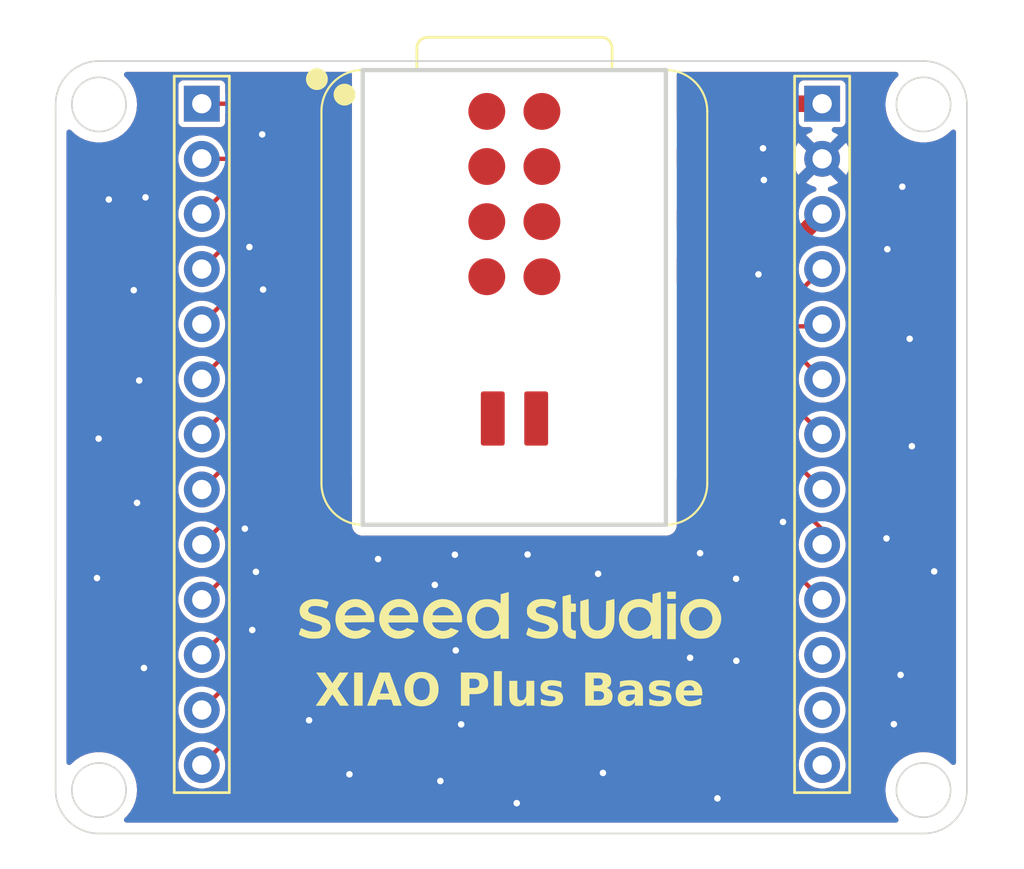
<source format=kicad_pcb>
(kicad_pcb (version 20240108) (generator "pcbnew") (generator_version "8.0")
  (layers (0 "F.Cu" signal) (31 "B.Cu" signal) (34 "B.Paste" user) (35 "F.Paste" user) (36 "B.SilkS" user "B.Silkscreen") (37 "F.SilkS" user "F.Silkscreen") (38 "B.Mask" user) (39 "F.Mask" user) (44 "Edge.Cuts" user))
  (net 0 "")
  (net 1 "/D10{slash}A10{slash}MOSI")
  (net 2 "/VBUS")
  (net 3 "/D9{slash}A9{slash}MISO")
  (net 4 "/MTMS{slash}IO42{slash}PDM_CLK{slash}TX1")
  (net 5 "/D5{slash}A5{slash}I2C_SCL")
  (net 6 "/D7{slash}RX")
  (net 7 "/D4{slash}A4{slash}I2C_SDA")
  (net 8 "/D2{slash}A2")
  (net 9 "/MTCK{slash}IO39{slash}CAM_SCL{slash}I2S_SCK")
  (net 10 "/IO12{slash}DVP_Y7{slash}SPI_MISO1")
  (net 11 "/D1{slash}A1")
  (net 12 "/D3{slash}A3")
  (net 13 "GND_POWER")
  (net 14 "/VCC_3V3")
  (net 15 "/D0{slash}A0")
  (net 16 "/D8{slash}A8{slash}SCK")
  (net 17 "/IO10{slash}XMCLK{slash}ADC_BAT")
  (net 18 "/IO11{slash}DVP_Y8{slash}SPI_MOSI1")
  (net 19 "/IO13{slash}DVP_PCLK{slash}SPI_SCK1")
  (net 20 "/MTDI{slash}IO41{slash}PDM_DATA{slash}RX1")
  (net 21 "/D6{slash}TX")
  (net 22 "/MTDO{slash}IO40{slash}CAM_SDA{slash}I2S_WS")
  (net 23 "/IO38{slash}DVP_VSYNC{slash}I2S_SD")
  (footprint "Seeed_Studio_XIAO_Series:XIAO-ESP32-S3-Plus-SMD" (layer "F.Cu") (at 137.12 97.945 90)
    (property "Reference" "U1")
    (property "Value" "XIAO-ESP32-S3-Plus-SMD")
    (fp_line (start -8.509 -8.89) (end 8.636 -8.89) (stroke (width 0.1)) (layer "F.SilkS"))
    (fp_line (start -10.414 -6.985) (end -10.414 6.985) (stroke (width 0.1)) (layer "F.SilkS"))
    (fp_line (start 10.541 -4.495) (end 11.551272 -4.491272) (stroke (width 0.127)) (layer "F.SilkS"))
    (fp_line (start 12.051 -3.991272) (end 12.051 4.004) (stroke (width 0.127)) (layer "F.SilkS"))
    (fp_line (start 11.551 4.504) (end 10.541 4.504) (stroke (width 0.127)) (layer "F.SilkS"))
    (fp_line (start 10.541 6.985) (end 10.541 -6.985) (stroke (width 0.1)) (layer "F.SilkS"))
    (fp_line (start -8.509 8.89) (end 8.636 8.89) (stroke (width 0.1)) (layer "F.SilkS"))
    (fp_arc (start 8.64 -8.89) (mid 9.987038 -8.332038) (end 10.545 -6.985) (stroke (width 0.1)) (layer "F.SilkS"))
    (fp_arc (start -10.414 -6.985) (mid -9.856038 -8.332038) (end -8.509 -8.89) (stroke (width 0.1)) (layer "F.SilkS"))
    (fp_arc (start 11.551272 -4.491272) (mid 11.90464 -4.344728) (end 12.051 -3.991272) (stroke (width 0.127)) (layer "F.SilkS"))
    (fp_arc (start 12.051 4.004) (mid 11.904524 4.357524) (end 11.551 4.504) (stroke (width 0.127)) (layer "F.SilkS"))
    (fp_arc (start 10.541 6.985) (mid 9.983024 8.332024) (end 8.636 8.89) (stroke (width 0.1)) (layer "F.SilkS"))
    (fp_arc (start -8.509 8.89) (mid -9.856038 8.332038) (end -10.414 6.985) (stroke (width 0.1)) (layer "F.SilkS"))
    (fp_circle (center 10.125 -9.1) (end 10.379 -9.1) (stroke (width 0.5)) (fill solid) (layer "F.SilkS"))
    (fp_circle (center 9.408 -7.826) (end 9.662 -7.826) (stroke (width 0.5)) (fill solid) (layer "F.SilkS"))
    (pad "1" smd roundrect (at 7.62 -8.89 180) (size 2.032 0.95) (layers "F.Cu" "F.Paste" "F.Mask") (roundrect_rratio 0.1) (net 15 "/D0{slash}A0"))
    (pad "2" smd roundrect (at 5.08 -8.89 180) (size 2.032 0.95) (layers "F.Cu" "F.Paste" "F.Mask") (roundrect_rratio 0.1) (net 11 "/D1{slash}A1"))
    (pad "3" smd roundrect (at 2.54 -8.89 180) (size 2.032 0.95) (layers "F.Cu" "F.Paste" "F.Mask") (roundrect_rratio 0.1) (net 8 "/D2{slash}A2"))
    (pad "4" smd roundrect (at 0 -8.89 180) (size 2.032 0.95) (layers "F.Cu" "F.Paste" "F.Mask") (roundrect_rratio 0.1) (net 12 "/D3{slash}A3"))
    (pad "5" smd roundrect (at -2.54 -8.89 180) (size 2.032 0.95) (layers "F.Cu" "F.Paste" "F.Mask") (roundrect_rratio 0.1) (net 7 "/D4{slash}A4{slash}I2C_SDA"))
    (pad "6" smd roundrect (at -5.08 -8.89 180) (size 2.032 0.95) (layers "F.Cu" "F.Paste" "F.Mask") (roundrect_rratio 0.1) (net 5 "/D5{slash}A5{slash}I2C_SCL"))
    (pad "7" smd roundrect (at -7.62 -8.89 180) (size 2.032 0.95) (layers "F.Cu" "F.Paste" "F.Mask") (roundrect_rratio 0.1) (net 21 "/D6{slash}TX"))
    (pad "8" smd roundrect (at -7.62 8.89) (size 2.032 0.95) (layers "F.Cu" "F.Paste" "F.Mask") (roundrect_rratio 0.1) (net 6 "/D7{slash}RX"))
    (pad "9" smd roundrect (at -5.08 8.89) (size 2.032 0.95) (layers "F.Cu" "F.Paste" "F.Mask") (roundrect_rratio 0.1) (net 16 "/D8{slash}A8{slash}SCK"))
    (pad "10" smd roundrect (at -2.54 8.89) (size 2.032 0.95) (layers "F.Cu" "F.Paste" "F.Mask") (roundrect_rratio 0.1) (net 3 "/D9{slash}A9{slash}MISO"))
    (pad "11" smd roundrect (at 0 8.89) (size 2.032 0.95) (layers "F.Cu" "F.Paste" "F.Mask") (roundrect_rratio 0.1) (net 1 "/D10{slash}A10{slash}MOSI"))
    (pad "12" smd roundrect (at 2.54 8.89) (size 2.032 0.95) (layers "F.Cu" "F.Paste" "F.Mask") (roundrect_rratio 0.1) (net 14 "/VCC_3V3"))
    (pad "13" smd roundrect (at 5.08 8.89) (size 2.032 0.95) (layers "F.Cu" "F.Paste" "F.Mask") (roundrect_rratio 0.1) (net 13 "GND_POWER"))
    (pad "14" smd roundrect (at 7.62 8.89) (size 2.032 0.95) (layers "F.Cu" "F.Paste" "F.Mask") (roundrect_rratio 0.1) (net 2 "/VBUS"))
    (pad "15" smd roundrect (at 6.35 -9.29 180) (size 1.232 0.95) (layers "F.Cu" "F.Paste" "F.Mask") (roundrect_rratio 0.1) (chamfer_ratio 0.35) (chamfer top_left bottom_left) (net 23 "/IO38{slash}DVP_VSYNC{slash}I2S_SD"))
    (pad "16" smd roundrect (at 3.81 -9.29 180) (size 1.232 0.95) (layers "F.Cu" "F.Paste" "F.Mask") (roundrect_rratio 0.1) (chamfer_ratio 0.35) (chamfer top_left bottom_left) (net 9 "/MTCK{slash}IO39{slash}CAM_SCL{slash}I2S_SCK"))
    (pad "17" smd roundrect (at 1.27 -9.29 180) (size 1.232 0.95) (layers "F.Cu" "F.Paste" "F.Mask") (roundrect_rratio 0.1) (chamfer_ratio 0.35) (chamfer top_left bottom_left) (net 22 "/MTDO{slash}IO40{slash}CAM_SDA{slash}I2S_WS"))
    (pad "18" smd roundrect (at -1.27 -9.29 180) (size 1.232 0.95) (layers "F.Cu" "F.Paste" "F.Mask") (roundrect_rratio 0.1) (chamfer_ratio 0.35) (chamfer top_left bottom_left) (net 20 "/MTDI{slash}IO41{slash}PDM_DATA{slash}RX1"))
    (pad "19" smd roundrect (at -3.81 -9.29 180) (size 1.232 0.95) (layers "F.Cu" "F.Paste" "F.Mask") (roundrect_rratio 0.1) (chamfer_ratio 0.35) (chamfer top_left bottom_left) (net 4 "/MTMS{slash}IO42{slash}PDM_CLK{slash}TX1"))
    (pad "20" smd roundrect (at -6.35 -9.29 180) (size 1.232 0.95) (layers "F.Cu" "F.Paste" "F.Mask") (roundrect_rratio 0.1) (chamfer_ratio 0.35) (chamfer top_left bottom_left) (net 17 "/IO10{slash}XMCLK{slash}ADC_BAT"))
    (pad "21" smd roundrect (at -6.35 9.29) (size 1.232 0.95) (layers "F.Cu" "F.Paste" "F.Mask") (roundrect_rratio 0.1) (chamfer_ratio 0.35) (chamfer top_left bottom_left) (net 18 "/IO11{slash}DVP_Y8{slash}SPI_MOSI1"))
    (pad "22" smd roundrect (at -3.81 9.29) (size 1.232 0.95) (layers "F.Cu" "F.Paste" "F.Mask") (roundrect_rratio 0.1) (chamfer_ratio 0.35) (chamfer top_left bottom_left) (net 10 "/IO12{slash}DVP_Y7{slash}SPI_MISO1"))
    (pad "23" smd roundrect (at -1.27 9.29) (size 1.232 0.95) (layers "F.Cu" "F.Paste" "F.Mask") (roundrect_rratio 0.1) (chamfer_ratio 0.35) (chamfer top_left bottom_left) (net 19 "/IO13{slash}DVP_PCLK{slash}SPI_SCK1"))
    (pad "24" smd circle (at 8.636 -1.27) (size 1.7 1.7) (layers "F.Cu" "F.Paste" "F.Mask"))
    (pad "25" smd circle (at 8.636 1.27) (size 1.7 1.7) (layers "F.Cu" "F.Paste" "F.Mask"))
    (pad "26" smd circle (at 6.096 -1.27) (size 1.7 1.7) (layers "F.Cu" "F.Paste" "F.Mask"))
    (pad "27" smd circle (at 6.096 1.27) (size 1.7 1.7) (layers "F.Cu" "F.Paste" "F.Mask"))
    (pad "28" smd circle (at 3.556 -1.27) (size 1.7 1.7) (layers "F.Cu" "F.Paste" "F.Mask"))
    (pad "29" smd circle (at 3.556 1.27) (size 1.7 1.7) (layers "F.Cu" "F.Paste" "F.Mask"))
    (pad "30" smd circle (at 1.016 -1.27) (size 1.7 1.7) (layers "F.Cu" "F.Paste" "F.Mask"))
    (pad "31" smd circle (at 1.016 1.27) (size 1.7 1.7) (layers "F.Cu" "F.Paste" "F.Mask"))
    (pad "32" smd roundrect (at -5.517823 -0.993988 270) (size 2.5 1.1) (layers "F.Cu" "F.Paste" "F.Mask") (roundrect_rratio 0.1))
    (pad "33" smd roundrect (at -5.517823 1.006012 270) (size 2.5 1.1) (layers "F.Cu" "F.Paste" "F.Mask") (roundrect_rratio 0.1))
  )
  (footprint "Connector:H11-2.54-35" (layer "F.Cu") (at 122.715 101.655)
    (property "Reference" "J1")
    (property "Value" "Header 1x13 2.54mm")
    (fp_line (start -1.27 -13.97) (end 1.27 -13.97) (stroke (width 0.127)) (layer "F.SilkS"))
    (fp_line (start -1.27 19.05) (end -1.27 -13.97) (stroke (width 0.127)) (layer "F.SilkS"))
    (fp_line (start 1.27 -13.97) (end 1.27 19.05) (stroke (width 0.127)) (layer "F.SilkS"))
    (fp_line (start 1.27 19.05) (end -1.27 19.05) (stroke (width 0.127)) (layer "F.SilkS"))
    (pad "1" thru_hole rect (at 0 -12.7) (size 1.651 1.651) (drill 0.889) (layers "*.Cu" "*.Mask") (net 15 "/D0{slash}A0"))
    (pad "2" thru_hole circle (at 0 -10.16) (size 1.651 1.651) (drill 0.889) (layers "*.Cu" "*.Mask") (net 23 "/IO38{slash}DVP_VSYNC{slash}I2S_SD"))
    (pad "3" thru_hole circle (at 0 -7.62) (size 1.651 1.651) (drill 0.889) (layers "*.Cu" "*.Mask") (net 11 "/D1{slash}A1"))
    (pad "4" thru_hole circle (at 0 -5.08) (size 1.651 1.651) (drill 0.889) (layers "*.Cu" "*.Mask") (net 9 "/MTCK{slash}IO39{slash}CAM_SCL{slash}I2S_SCK"))
    (pad "5" thru_hole circle (at 0 -2.54) (size 1.651 1.651) (drill 0.889) (layers "*.Cu" "*.Mask") (net 8 "/D2{slash}A2"))
    (pad "6" thru_hole circle (at 0 0) (size 1.651 1.651) (drill 0.889) (layers "*.Cu" "*.Mask") (net 22 "/MTDO{slash}IO40{slash}CAM_SDA{slash}I2S_WS"))
    (pad "7" thru_hole circle (at 0 2.54) (size 1.651 1.651) (drill 0.889) (layers "*.Cu" "*.Mask") (net 12 "/D3{slash}A3"))
    (pad "8" thru_hole circle (at 0 5.08) (size 1.651 1.651) (drill 0.889) (layers "*.Cu" "*.Mask") (net 20 "/MTDI{slash}IO41{slash}PDM_DATA{slash}RX1"))
    (pad "9" thru_hole circle (at 0 7.62) (size 1.651 1.651) (drill 0.889) (layers "*.Cu" "*.Mask") (net 7 "/D4{slash}A4{slash}I2C_SDA"))
    (pad "10" thru_hole circle (at 0 10.16) (size 1.651 1.651) (drill 0.889) (layers "*.Cu" "*.Mask") (net 4 "/MTMS{slash}IO42{slash}PDM_CLK{slash}TX1"))
    (pad "11" thru_hole circle (at 0 12.7) (size 1.651 1.651) (drill 0.889) (layers "*.Cu" "*.Mask") (net 5 "/D5{slash}A5{slash}I2C_SCL"))
    (pad "12" thru_hole circle (at 0 15.24) (size 1.651 1.651) (drill 0.889) (layers "*.Cu" "*.Mask") (net 17 "/IO10{slash}XMCLK{slash}ADC_BAT"))
    (pad "13" thru_hole circle (at 0 17.78) (size 1.651 1.651) (drill 0.889) (layers "*.Cu" "*.Mask") (net 21 "/D6{slash}TX"))
  )
  (footprint "Logo:LOGO-SEEED-NEW-2_1X19.1MM" (layer "F.Cu") (at 136.861681 112.588966)
    (property "Reference" "G***" (hide yes))
    (property "Value" "LOGO" (hide yes))
    (fp_poly (pts (xy 7.69915 -0.980382) (xy 7.69915 -0.80949) (xy 7.501275 -0.80949) (xy 7.3034 -0.80949) (xy 7.3034 -0.980382) (xy 7.3034 -1.151274) (xy 7.501275 -1.151274) (xy 7.69915 -1.151274)) (fill solid) (layer "F.SilkS"))
    (fp_poly (pts (xy 7.69915 0.224859) (xy 7.69915 1.043343) (xy 7.501275 1.043343) (xy 7.3034 1.043343) (xy 7.3034 0.224859) (xy 7.3034 -0.593626) (xy 7.501275 -0.593626) (xy 7.69915 -0.593626)) (fill solid) (layer "F.SilkS"))
    (fp_poly (pts (xy 2.847245 -1.014216) (xy 2.854687 -0.984225) (xy 2.859954 -0.926642) (xy 2.863546 -0.837665) (xy 2.86411 -0.815687) (xy 2.869193 -0.60262) (xy 2.981622 -0.597264) (xy 3.094051 -0.591909) (xy 3.094051 -0.404745) (xy 3.094051 -0.21758) (xy 2.981622 -0.212225) (xy 2.869193 -0.206869) (xy 2.869193 0.174919) (xy 2.869359 0.301834) (xy 2.870158 0.397746) (xy 2.872037 0.46763) (xy 2.875445 0.516459) (xy 2.88083 0.549207) (xy 2.888641 0.570849) (xy 2.899327 0.586358) (xy 2.907028 0.594513) (xy 2.949464 0.621423) (xy 3.00655 0.640139) (xy 3.019457 0.642324) (xy 3.094051 0.65233) (xy 3.094051 0.838842) (xy 3.094051 1.025355) (xy 3.008605 1.024767) (xy 2.939657 1.018031) (xy 2.862061 1.001615) (xy 2.827908 0.99128) (xy 2.71088 0.935195) (xy 2.616915 0.854013) (xy 2.547294 0.755077) (xy 2.491431 0.656587) (xy 2.48608 -0.134972) (xy 2.480729 -0.926531) (xy 2.647978 -0.969309) (xy 2.722696 -0.988691) (xy 2.785218 -1.005413) (xy 2.82663 -1.017064) (xy 2.837127 -1.02042)) (fill solid) (layer "F.SilkS"))
    (fp_poly (pts (xy 0 -0.051822) (xy 0 1.025355) (xy -0.188022 1.025355) (xy -0.376045 1.025355) (xy -0.381401 0.918153) (xy -0.386756 0.810952) (xy -0.481811 0.874759) (xy -0.596394 0.941378) (xy -0.712344 0.985482) (xy -0.841146 1.010521) (xy -0.962393 1.019186) (xy -1.101731 1.018151) (xy -1.209795 1.004976) (xy -1.239197 0.997888) (xy -1.400614 0.935075) (xy -1.549849 0.842308) (xy -1.68057 0.724704) (xy -1.786445 0.587385) (xy -1.82055 0.527832) (xy -1.890654 0.357146) (xy -1.926279 0.185126) (xy -1.927095 0.114826) (xy -1.539023 0.114826) (xy -1.525948 0.237952) (xy -1.494627 0.33765) (xy -1.443116 0.423289) (xy -1.369988 0.506548) (xy -1.285376 0.577968) (xy -1.199412 0.62809) (xy -1.172506 0.638334) (xy -1.062493 0.658992) (xy -0.941628 0.657659) (xy -0.824471 0.635601) (xy -0.736861 0.600518) (xy -0.625177 0.521122) (xy -0.539792 0.422202) (xy -0.481126 0.309063) (xy -0.449597 0.187008) (xy -0.445625 0.061339) (xy -0.469629 -0.06264) (xy -0.522027 -0.179625) (xy -0.60324 -0.284313) (xy -0.662791 -0.336608) (xy -0.778218 -0.403698) (xy -0.902029 -0.438989) (xy -1.028809 -0.443908) (xy -1.153144 -0.419883) (xy -1.269619 -0.36834) (xy -1.37282 -0.290706) (xy -1.457331 -0.188409) (xy -1.496296 -0.116926) (xy -1.529156 -0.008026) (xy -1.539023 0.114826) (xy -1.927095 0.114826) (xy -1.928251 0.015234) (xy -1.897392 -0.149069) (xy -1.834528 -0.304322) (xy -1.740482 -0.447065) (xy -1.61608 -0.573835) (xy -1.545145 -0.628474) (xy -1.424299 -0.704436) (xy -1.308842 -0.755771) (xy -1.187414 -0.785911) (xy -1.048658 -0.798284) (xy -0.980382 -0.798992) (xy -0.842628 -0.792376) (xy -0.726959 -0.772471) (xy -0.620817 -0.735701) (xy -0.511647 -0.678492) (xy -0.472751 -0.654477) (xy -0.37886 -0.594775) (xy -0.373814 -0.812724) (xy -0.368767 -1.030673) (xy -0.184384 -1.079836) (xy 0 -1.128999)) (fill solid) (layer "F.SilkS"))
    (fp_poly (pts (xy 8.92652 -0.805894) (xy 9.029921 -0.795756) (xy 9.103499 -0.780484) (xy 9.276113 -0.712126) (xy 9.429 -0.616963) (xy 9.559252 -0.498209) (xy 9.663961 -0.35908) (xy 9.740219 -0.202788) (xy 9.785119 -0.032549) (xy 9.786177 -0.025789) (xy 9.794228 0.142203) (xy 9.769022 0.308175) (xy 9.713199 0.467707) (xy 9.629399 0.616377) (xy 9.520262 0.749767) (xy 9.388429 0.863454) (xy 9.23654 0.95302) (xy 9.189144 0.97384) (xy 9.103911 0.998194) (xy 8.995133 1.014362) (xy 8.874373 1.022016) (xy 8.753194 1.020829) (xy 8.643159 1.010474) (xy 8.558967 0.991678) (xy 8.390567 0.917731) (xy 8.241739 0.814762) (xy 8.115302 0.68559) (xy 8.014079 0.533033) (xy 7.947932 0.381188) (xy 7.918187 0.255943) (xy 7.906554 0.115874) (xy 7.907077 0.104455) (xy 8.307591 0.104455) (xy 8.323596 0.244116) (xy 8.368844 0.368028) (xy 8.439185 0.47344) (xy 8.530469 0.557603) (xy 8.638547 0.617766) (xy 8.759268 0.651179) (xy 8.888483 0.655094) (xy 9.022042 0.626759) (xy 9.068753 0.60884) (xy 9.16074 0.553432) (xy 9.246757 0.473322) (xy 9.317325 0.379188) (xy 9.362961 0.281713) (xy 9.364932 0.275194) (xy 9.388093 0.138671) (xy 9.37961 0.007188) (xy 9.342559 -0.114995) (xy 9.280014 -0.223618) (xy 9.195052 -0.31442) (xy 9.090747 -0.38314) (xy 8.970174 -0.425518) (xy 8.850425 -0.437615) (xy 8.707064 -0.420547) (xy 8.582372 -0.372882) (xy 8.477187 -0.295137) (xy 8.392345 -0.18783) (xy 8.36404 -0.136236) (xy 8.331135 -0.06201) (xy 8.313937 0.001843) (xy 8.307905 0.074689) (xy 8.307591 0.104455) (xy 7.907077 0.104455) (xy 7.913015 -0.025117) (xy 7.937554 -0.153129) (xy 7.948621 -0.187428) (xy 8.021514 -0.340033) (xy 8.122526 -0.479372) (xy 8.24609 -0.600424) (xy 8.386638 -0.698167) (xy 8.538605 -0.767581) (xy 8.616573 -0.789967) (xy 8.706062 -0.803267) (xy 8.813972 -0.808487)) (fill solid) (layer "F.SilkS"))
    (fp_poly (pts (xy -6.909848 -0.793987) (xy -6.788037 -0.765433) (xy -6.647749 -0.704549) (xy -6.520505 -0.613939) (xy -6.409474 -0.498473) (xy -6.317823 -0.363019) (xy -6.248719 -0.212447) (xy -6.205331 -0.051626) (xy -6.190826 0.114576) (xy -6.191809 0.151044) (xy -6.197096 0.260836) (xy -6.885163 0.265547) (xy -7.085262 0.267395) (xy -7.251691 0.26996) (xy -7.384014 0.273228) (xy -7.481792 0.277183) (xy -7.544588 0.281812) (xy -7.571966 0.2871) (xy -7.573229 0.288611) (xy -7.566761 0.315838) (xy -7.55069 0.360662) (xy -7.545334 0.373843) (xy -7.48686 0.469806) (xy -7.400968 0.551462) (xy -7.294956 0.61394) (xy -7.176122 0.652374) (xy -7.114869 0.660997) (xy -6.988543 0.658901) (xy -6.875568 0.628785) (xy -6.782262 0.57989) (xy -6.70207 0.529201) (xy -6.526075 0.592894) (xy -6.453295 0.620744) (xy -6.395169 0.645863) (xy -6.35879 0.665007) (xy -6.350039 0.673385) (xy -6.364259 0.701435) (xy -6.402426 0.742433) (xy -6.457661 0.790775) (xy -6.523087 0.840856) (xy -6.591824 0.887074) (xy -6.656995 0.923823) (xy -6.658089 0.924361) (xy -6.827063 0.988807) (xy -7.003046 1.021541) (xy -7.17923 1.021822) (xy -7.321388 0.996705) (xy -7.490806 0.9342) (xy -7.639499 0.843826) (xy -7.76512 0.728646) (xy -7.865317 0.591722) (xy -7.937742 0.436116) (xy -7.980045 0.264891) (xy -7.990613 0.1244) (xy -7.977104 -0.053966) (xy -7.559141 -0.053966) (xy -7.072558 -0.053966) (xy -6.926123 -0.054597) (xy -6.800958 -0.056416) (xy -6.700229 -0.059314) (xy -6.627104 -0.063179) (xy -6.584748 -0.0679) (xy -6.575239 -0.071337) (xy -6.57537 -0.101602) (xy -6.595706 -0.148984) (xy -6.63114 -0.205034) (xy -6.676566 -0.261304) (xy -6.710766 -0.295569) (xy -6.825288 -0.378374) (xy -6.947323 -0.428156) (xy -7.073322 -0.443973) (xy -7.19838 -0.425275) (xy -7.309823 -0.378875) (xy -7.407845 -0.311205) (xy -7.485723 -0.22847) (xy -7.536733 -0.136874) (xy -7.547101 -0.103434) (xy -7.559141 -0.053966) (xy -7.977104 -0.053966) (xy -7.976765 -0.058443) (xy -7.93276 -0.223027) (xy -7.857301 -0.372574) (xy -7.74909 -0.510308) (xy -7.725291 -0.534839) (xy -7.586779 -0.648747) (xy -7.4313 -0.732767) (xy -7.263533 -0.785748) (xy -7.088155 -0.806538)) (fill solid) (layer "F.SilkS"))
    (fp_poly (pts (xy 3.677506 -0.791787) (xy 3.680529 -0.742998) (xy 3.683151 -0.666852) (xy 3.68527 -0.56766) (xy 3.68678 -0.449732) (xy 3.687578 -0.317377) (xy 3.687677 -0.249431) (xy 3.687936 -0.076451) (xy 3.689125 0.064623) (xy 3.69186 0.177862) (xy 3.696761 0.267338) (xy 3.704444 0.337121) (xy 3.715528 0.391282) (xy 3.73063 0.433892) (xy 3.750368 0.469021) (xy 3.77536 0.500741) (xy 3.806223 0.533121) (xy 3.806466 0.533365) (xy 3.893274 0.597376) (xy 3.992797 0.633627) (xy 4.098117 0.643221) (xy 4.202316 0.627262) (xy 4.298476 0.586856) (xy 4.379678 0.523107) (xy 4.439004 0.437118) (xy 4.441384 0.43201) (xy 4.450015 0.407448) (xy 4.457085 0.372793) (xy 4.462844 0.32404) (xy 4.467546 0.257184) (xy 4.471439 0.168219) (xy 4.474777 0.053141) (xy 4.477809 -0.092056) (xy 4.479179 -0.17057) (xy 4.488173 -0.709909) (xy 4.66806 -0.758964) (xy 4.744118 -0.779437) (xy 4.80704 -0.795871) (xy 4.848879 -0.806221) (xy 4.861438 -0.808755) (xy 4.865669 -0.791871) (xy 4.869056 -0.744097) (xy 4.871623 -0.670507) (xy 4.873393 -0.576179) (xy 4.874389 -0.466188) (xy 4.874635 -0.34561) (xy 4.874153 -0.219521) (xy 4.872968 -0.092998) (xy 4.871101 0.028885) (xy 4.868577 0.14105) (xy 4.865418 0.238423) (xy 4.861648 0.315926) (xy 4.85729 0.368483) (xy 4.856011 0.377762) (xy 4.813292 0.543135) (xy 4.741712 0.687986) (xy 4.642359 0.810799) (xy 4.516317 0.910061) (xy 4.446443 0.949002) (xy 4.382472 0.979474) (xy 4.33116 0.999261) (xy 4.280791 1.01094) (xy 4.219648 1.017089) (xy 4.136015 1.020286) (xy 4.120694 1.020673) (xy 4.016703 1.021162) (xy 3.937223 1.016006) (xy 3.871075 1.004101) (xy 3.828643 0.991796) (xy 3.730078 0.953668) (xy 3.648067 0.906874) (xy 3.569904 0.84309) (xy 3.509767 0.782914) (xy 3.412438 0.656355) (xy 3.345659 0.513502) (xy 3.309549 0.364049) (xy 3.304506 0.311464) (xy 3.300416 0.229124) (xy 3.297422 0.123244) (xy 3.295665 0.000036) (xy 3.295288 -0.134285) (xy 3.295929 -0.232334) (xy 3.300921 -0.707515) (xy 3.480808 -0.757923) (xy 3.556794 -0.778924) (xy 3.619678 -0.795759) (xy 3.66154 -0.806339) (xy 3.674186 -0.80891)) (fill solid) (layer "F.SilkS"))
    (fp_poly (pts (xy 7.004506 -1.115215) (xy 7.006784 -1.065008) (xy 7.008885 -0.985036) (xy 7.010769 -0.878406) (xy 7.012397 -0.748224) (xy 7.013732 -0.597597) (xy 7.014733 -0.42963) (xy 7.015362 -0.24743) (xy 7.015581 -0.054104) (xy 7.015581 -0.053966) (xy 7.015581 1.025355) (xy 6.818603 1.025355) (xy 6.621626 1.025355) (xy 6.616231 0.927418) (xy 6.610836 0.829481) (xy 6.511898 0.892045) (xy 6.380853 0.960872) (xy 6.24325 1.003436) (xy 6.089647 1.022216) (xy 6.010818 1.023548) (xy 5.926234 1.021021) (xy 5.847072 1.015796) (xy 5.785833 1.008806) (xy 5.767663 1.005382) (xy 5.678134 0.974572) (xy 5.576405 0.924111) (xy 5.474451 0.860989) (xy 5.38425 0.792197) (xy 5.352504 0.763052) (xy 5.233823 0.622549) (xy 5.147866 0.467309) (xy 5.09506 0.298447) (xy 5.075831 0.117077) (xy 5.076389 0.091849) (xy 5.471633 0.091849) (xy 5.481718 0.217891) (xy 5.5199 0.33424) (xy 5.582321 0.437639) (xy 5.665125 0.52483) (xy 5.764453 0.592554) (xy 5.87645 0.637554) (xy 5.997256 0.656572) (xy 6.123016 0.64635) (xy 6.249872 0.603629) (xy 6.253951 0.601668) (xy 6.370089 0.526535) (xy 6.459671 0.428307) (xy 6.520812 0.310076) (xy 6.551624 0.174935) (xy 6.555095 0.107932) (xy 6.540205 -0.028188) (xy 6.49841 -0.145816) (xy 6.434019 -0.244351) (xy 6.35134 -0.323187) (xy 6.254684 -0.381724) (xy 6.148359 -0.419356) (xy 6.036674 -0.435482) (xy 5.923939 -0.429498) (xy 5.814463 -0.400802) (xy 5.712556 -0.348789) (xy 5.622526 -0.272858) (xy 5.548683 -0.172405) (xy 5.495337 -0.046828) (xy 5.493502 -0.040628) (xy 5.471633 0.091849) (xy 5.076389 0.091849) (xy 5.077425 0.044972) (xy 5.093684 -0.096028) (xy 5.128372 -0.218652) (xy 5.186233 -0.33627) (xy 5.243608 -0.423548) (xy 5.361955 -0.55956) (xy 5.501696 -0.667512) (xy 5.660119 -0.746051) (xy 5.834511 -0.793825) (xy 6.01721 -0.80949) (xy 6.186976 -0.797141) (xy 6.340476 -0.758233) (xy 6.488456 -0.689975) (xy 6.497851 -0.684622) (xy 6.618718 -0.615015) (xy 6.623771 -0.82437) (xy 6.628825 -1.033725) (xy 6.808711 -1.082771) (xy 6.88477 -1.103239) (xy 6.947692 -1.11967) (xy 6.989532 -1.130018) (xy 7.00209 -1.132551)) (fill solid) (layer "F.SilkS"))
    (fp_poly (pts (xy -4.917709 -0.798535) (xy -4.754652 -0.758037) (xy -4.604641 -0.687103) (xy -4.471164 -0.587341) (xy -4.357708 -0.460359) (xy -4.275436 -0.323796) (xy -4.222221 -0.198126) (xy -4.189863 -0.07547) (xy -4.175134 0.05875) (xy -4.173371 0.137159) (xy -4.173371 0.269408) (xy -4.864266 0.274116) (xy -5.555162 0.278825) (xy -5.531209 0.348486) (xy -5.478045 0.451099) (xy -5.399141 0.535396) (xy -5.300673 0.599664) (xy -5.188817 0.642194) (xy -5.069749 0.661274) (xy -4.949646 0.655193) (xy -4.834682 0.622241) (xy -4.740014 0.567667) (xy -4.686048 0.526946) (xy -4.510658 0.58972) (xy -4.437912 0.617757) (xy -4.379896 0.643923) (xy -4.343748 0.664764) (xy -4.335269 0.674565) (xy -4.348443 0.699193) (xy -4.383081 0.738542) (xy -4.431857 0.785756) (xy -4.487444 0.833981) (xy -4.542515 0.876363) (xy -4.5718 0.895853) (xy -4.687854 0.951146) (xy -4.825778 0.991747) (xy -4.974106 1.016054) (xy -5.121368 1.022467) (xy -5.256097 1.009387) (xy -5.304636 0.998134) (xy -5.472027 0.933231) (xy -5.619878 0.840113) (xy -5.745484 0.72235) (xy -5.846141 0.583511) (xy -5.919144 0.427165) (xy -5.961789 0.256882) (xy -5.972238 0.116927) (xy -5.955308 -0.061709) (xy -5.946553 -0.091741) (xy -5.525702 -0.091741) (xy -5.524592 -0.067457) (xy -5.506815 -0.063901) (xy -5.457721 -0.060696) (xy -5.381973 -0.057971) (xy -5.284232 -0.055855) (xy -5.169159 -0.054477) (xy -5.041414 -0.053966) (xy -5.036827 -0.053966) (xy -4.890705 -0.054168) (xy -4.776702 -0.054924) (xy -4.690961 -0.056454) (xy -4.629626 -0.05898) (xy -4.588841 -0.062722) (xy -4.564748 -0.067904) (xy -4.553491 -0.074744) (xy -4.551133 -0.081842) (xy -4.565804 -0.134883) (xy -4.605576 -0.198407) (xy -4.664088 -0.265446) (xy -4.734977 -0.329035) (xy -4.811882 -0.382206) (xy -4.838952 -0.39702) (xy -4.923344 -0.425674) (xy -5.023903 -0.439058) (xy -5.125136 -0.436435) (xy -5.21155 -0.417065) (xy -5.216714 -0.415034) (xy -5.311429 -0.366019) (xy -5.394848 -0.303354) (xy -5.461809 -0.232866) (xy -5.507148 -0.160386) (xy -5.525702 -0.091741) (xy -5.946553 -0.091741) (xy -5.9064 -0.229471) (xy -5.828339 -0.38275) (xy -5.723948 -0.517938) (xy -5.596051 -0.631427) (xy -5.447471 -0.719607) (xy -5.281032 -0.778871) (xy -5.269005 -0.781791) (xy -5.090322 -0.806989)) (fill solid) (layer "F.SilkS"))
    (fp_poly (pts (xy -2.903598 -0.797767) (xy -2.728736 -0.755521) (xy -2.631493 -0.716402) (xy -2.548093 -0.665313) (xy -2.459239 -0.590204) (xy -2.373625 -0.500136) (xy -2.299943 -0.404168) (xy -2.250653 -0.319481) (xy -2.204665 -0.202962) (xy -2.170762 -0.0768) (xy -2.151421 0.046709) (xy -2.149114 0.155268) (xy -2.151072 0.17539) (xy -2.162785 0.26983) (xy -2.846531 0.26983) (xy -3.530276 0.26983) (xy -3.518712 0.327649) (xy -3.483114 0.418865) (xy -3.418121 0.501844) (xy -3.330107 0.572246) (xy -3.225443 0.625733) (xy -3.1105 0.657964) (xy -3.022442 0.665581) (xy -2.915403 0.65302) (xy -2.811034 0.618779) (xy -2.725624 0.568431) (xy -2.671999 0.525626) (xy -2.491771 0.589547) (xy -2.417116 0.616352) (xy -2.355962 0.638924) (xy -2.315703 0.654498) (xy -2.303603 0.65997) (xy -2.308538 0.676713) (xy -2.336054 0.709413) (xy -2.3799 0.752511) (xy -2.433825 0.800446) (xy -2.491577 0.847658) (xy -2.546905 0.888586) (xy -2.592983 0.917365) (xy -2.727865 0.972856) (xy -2.881103 1.008702) (xy -3.040573 1.023501) (xy -3.194156 1.015853) (xy -3.287167 0.997623) (xy -3.448637 0.935988) (xy -3.595092 0.843933) (xy -3.722547 0.725282) (xy -3.827016 0.583859) (xy -3.904514 0.42349) (xy -3.91434 0.395751) (xy -3.943236 0.264102) (xy -3.949906 0.116553) (xy -3.935715 -0.036322) (xy -3.923276 -0.090836) (xy -3.50779 -0.090836) (xy -3.506815 -0.079859) (xy -3.501226 -0.07131) (xy -3.487027 -0.064886) (xy -3.460222 -0.060282) (xy -3.416817 -0.057197) (xy -3.352814 -0.055325) (xy -3.264219 -0.054366) (xy -3.147035 -0.054013) (xy -3.022096 -0.053966) (xy -2.877506 -0.054036) (xy -2.764896 -0.05445) (xy -2.680271 -0.055516) (xy -2.619635 -0.057538) (xy -2.57899 -0.060824) (xy -2.554341 -0.065681) (xy -2.541692 -0.072413) (xy -2.537045 -0.081328) (xy -2.536402 -0.091199) (xy -2.549442 -0.137373) (xy -2.583862 -0.196144) (xy -2.632611 -0.258058) (xy -2.688637 -0.313666) (xy -2.721298 -0.339037) (xy -2.848025 -0.407361) (xy -2.97625 -0.440365) (xy -3.103282 -0.438245) (xy -3.226432 -0.401197) (xy -3.343011 -0.329417) (xy -3.387849 -0.290408) (xy -3.457827 -0.212142) (xy -3.498264 -0.139623) (xy -3.50779 -0.090836) (xy -3.923276 -0.090836) (xy -3.902029 -0.18395) (xy -3.850215 -0.315758) (xy -3.814428 -0.377762) (xy -3.697886 -0.522559) (xy -3.562228 -0.638872) (xy -3.41121 -0.725626) (xy -3.248594 -0.781744) (xy -3.078137 -0.806149)) (fill solid) (layer "F.SilkS"))
    (fp_poly (pts (xy 1.664264 -0.80648) (xy 1.790767 -0.796892) (xy 1.870822 -0.78402) (xy 1.941028 -0.765986) (xy 2.015408 -0.741876) (xy 2.085937 -0.714962) (xy 2.144586 -0.688514) (xy 2.183329 -0.665803) (xy 2.194618 -0.652075) (xy 2.188459 -0.623207) (xy 2.172445 -0.574589) (xy 2.150269 -0.515361) (xy 2.125622 -0.454658) (xy 2.102199 -0.401619) (xy 2.083692 -0.365381) (xy 2.074412 -0.354643) (xy 2.051311 -0.363044) (xy 2.005167 -0.381267) (xy 1.948438 -0.404357) (xy 1.805121 -0.452914) (xy 1.667175 -0.479702) (xy 1.539687 -0.484789) (xy 1.427738 -0.468245) (xy 1.336414 -0.430138) (xy 1.292105 -0.395438) (xy 1.250256 -0.333518) (xy 1.242167 -0.269564) (xy 1.266314 -0.20858) (xy 1.321174 -0.155571) (xy 1.373734 -0.127269) (xy 1.421569 -0.110181) (xy 1.49395 -0.088163) (xy 1.580347 -0.064284) (xy 1.654958 -0.0453) (xy 1.830977 0.003179) (xy 1.973563 0.055669) (xy 2.085212 0.114277) (xy 2.168417 0.181113) (xy 2.225673 0.258285) (xy 2.259475 0.3479) (xy 2.272316 0.452067) (xy 2.272579 0.4767) (xy 2.263212 0.590925) (xy 2.233576 0.685259) (xy 2.17891 0.772279) (xy 2.145882 0.811289) (xy 2.048307 0.894069) (xy 1.921642 0.959969) (xy 1.804384 0.998521) (xy 1.708002 1.015236) (xy 1.588497 1.02336) (xy 1.457637 1.023075) (xy 1.327193 1.014566) (xy 1.208931 0.998015) (xy 1.165138 0.988566) (xy 1.074752 0.962131) (xy 0.981821 0.927921) (xy 0.897457 0.890583) (xy 0.832774 0.854764) (xy 0.815427 0.842327) (xy 0.808305 0.823927) (xy 0.813294 0.78598) (xy 0.831402 0.723501) (xy 0.850928 0.666689) (xy 0.907475 0.507914) (xy 0.998996 0.559565) (xy 1.12764 0.619927) (xy 1.268171 0.664917) (xy 1.411282 0.692886) (xy 1.547672 0.702186) (xy 1.668036 0.691168) (xy 1.699469 0.683699) (xy 1.770447 0.652171) (xy 1.827785 0.605034) (xy 1.863304 0.550402) (xy 1.870822 0.513723) (xy 1.862666 0.465624) (xy 1.835917 0.423819) (xy 1.78715 0.386291) (xy 1.712944 0.351022) (xy 1.609873 0.315994) (xy 1.474516 0.279191) (xy 1.47172 0.278489) (xy 1.310753 0.234701) (xy 1.181224 0.191103) (xy 1.078681 0.145334) (xy 0.998674 0.095034) (xy 0.936754 0.03784) (xy 0.88847 -0.028608) (xy 0.886429 -0.032054) (xy 0.860405 -0.081206) (xy 0.845423 -0.126739) (xy 0.838672 -0.181749) (xy 0.837344 -0.259337) (xy 0.837351 -0.260835) (xy 0.840627 -0.348169) (xy 0.850902 -0.412354) (xy 0.870453 -0.465906) (xy 0.877066 -0.479118) (xy 0.956306 -0.592353) (xy 1.062795 -0.683377) (xy 1.194269 -0.750553) (xy 1.295428 -0.781457) (xy 1.402408 -0.798699) (xy 1.530082 -0.807061)) (fill solid) (layer "F.SilkS"))
    (fp_poly (pts (xy -8.808251 -0.802629) (xy -8.654106 -0.784132) (xy -8.515297 -0.752049) (xy -8.49717 -0.746276) (xy -8.40848 -0.71627) (xy -8.349719 -0.692013) (xy -8.31681 -0.667512) (xy -8.305675 -0.636771) (xy -8.312236 -0.593796) (xy -8.332416 -0.532592) (xy -8.339075 -0.513842) (xy -8.363506 -0.448824) (xy -8.385145 -0.397966) (xy -8.400172 -0.370058) (xy -8.402596 -0.3676) (xy -8.426366 -0.369435) (xy -8.468403 -0.384961) (xy -8.486616 -0.393692) (xy -8.582421 -0.432307) (xy -8.694532 -0.461355) (xy -8.813117 -0.479775) (xy -8.928345 -0.486504) (xy -9.030385 -0.480481) (xy -9.108818 -0.46089) (xy -9.175869 -0.419005) (xy -9.221774 -0.362628) (xy -9.243831 -0.299506) (xy -9.239338 -0.237384) (xy -9.205592 -0.184009) (xy -9.205455 -0.183881) (xy -9.170702 -0.156286) (xy -9.125756 -0.131349) (xy -9.064935 -0.106914) (xy -8.982555 -0.080827) (xy -8.872934 -0.050933) (xy -8.817309 -0.036699) (xy -8.645899 0.011391) (xy -8.507649 0.061864) (xy -8.399743 0.117118) (xy -8.319363 0.179549) (xy -8.263693 0.251556) (xy -8.229917 0.335535) (xy -8.215216 0.433884) (xy -8.214045 0.4767) (xy -8.230121 0.610732) (xy -8.277911 0.728168) (xy -8.356882 0.828359) (xy -8.466498 0.91066) (xy -8.606227 0.974421) (xy -8.631907 0.983041) (xy -8.704927 0.999048) (xy -8.802868 1.010343) (xy -8.914948 1.016641) (xy -9.030385 1.017658) (xy -9.138394 1.013109) (xy -9.228195 1.002711) (xy -9.246175 0.999241) (xy -9.341605 0.975253) (xy -9.437103 0.945103) (xy -9.525195 0.911799) (xy -9.598406 0.87835) (xy -9.649261 0.847765) (xy -9.667589 0.829614) (xy -9.666697 0.80585) (xy -9.654935 0.758428) (xy -9.634777 0.697102) (xy -9.632161 0.689945) (xy -9.608725 0.626304) (xy -9.589815 0.574598) (xy -9.579268 0.545323) (xy -9.578911 0.544295) (xy -9.562286 0.538052) (xy -9.521275 0.550538) (xy -9.453308 0.582556) (xy -9.449165 0.584679) (xy -9.290545 0.65258) (xy -9.131204 0.69112) (xy -8.958357 0.703588) (xy -8.828711 0.696147) (xy -8.729857 0.672323) (xy -8.660174 0.631356) (xy -8.618045 0.572483) (xy -8.607313 0.538456) (xy -8.603624 0.487392) (xy -8.618783 0.443055) (xy -8.655824 0.403426) (xy -8.71778 0.366487) (xy -8.807684 0.330218) (xy -8.928569 0.292602) (xy -9.010058 0.270425) (xy -9.168356 0.226107) (xy -9.295248 0.183643) (xy -9.395049 0.140607) (xy -9.472074 0.094569) (xy -9.530638 0.0431) (xy -9.575057 -0.016227) (xy -9.598714 -0.060855) (xy -9.632518 -0.171393) (xy -9.640156 -0.292422) (xy -9.621263 -0.409358) (xy -9.608396 -0.446421) (xy -9.548295 -0.548711) (xy -9.458556 -0.638735) (xy -9.344461 -0.712883) (xy -9.211294 -0.767544) (xy -9.100037 -0.793923) (xy -8.962104 -0.806304)) (fill solid) (layer "F.SilkS"))
  )
  (footprint "Connector:H11-2.54-35" (layer "F.Cu") (at 151.305 101.655)
    (property "Reference" "J2")
    (property "Value" "Header 1x13 2.54mm")
    (fp_line (start -1.27 -13.97) (end 1.27 -13.97) (stroke (width 0.127)) (layer "F.SilkS"))
    (fp_line (start -1.27 19.05) (end -1.27 -13.97) (stroke (width 0.127)) (layer "F.SilkS"))
    (fp_line (start 1.27 -13.97) (end 1.27 19.05) (stroke (width 0.127)) (layer "F.SilkS"))
    (fp_line (start 1.27 19.05) (end -1.27 19.05) (stroke (width 0.127)) (layer "F.SilkS"))
    (pad "1" thru_hole rect (at 0 -12.7) (size 1.651 1.651) (drill 0.889) (layers "*.Cu" "*.Mask") (net 2 "/VBUS"))
    (pad "2" thru_hole circle (at 0 -10.16) (size 1.651 1.651) (drill 0.889) (layers "*.Cu" "*.Mask") (net 13 "GND_POWER"))
    (pad "3" thru_hole circle (at 0 -7.62) (size 1.651 1.651) (drill 0.889) (layers "*.Cu" "*.Mask") (net 14 "/VCC_3V3"))
    (pad "4" thru_hole circle (at 0 -5.08) (size 1.651 1.651) (drill 0.889) (layers "*.Cu" "*.Mask") (net 1 "/D10{slash}A10{slash}MOSI"))
    (pad "5" thru_hole circle (at 0 -2.54) (size 1.651 1.651) (drill 0.889) (layers "*.Cu" "*.Mask") (net 19 "/IO13{slash}DVP_PCLK{slash}SPI_SCK1"))
    (pad "6" thru_hole circle (at 0 0) (size 1.651 1.651) (drill 0.889) (layers "*.Cu" "*.Mask") (net 3 "/D9{slash}A9{slash}MISO"))
    (pad "7" thru_hole circle (at 0 2.54) (size 1.651 1.651) (drill 0.889) (layers "*.Cu" "*.Mask") (net 10 "/IO12{slash}DVP_Y7{slash}SPI_MISO1"))
    (pad "8" thru_hole circle (at 0 5.08) (size 1.651 1.651) (drill 0.889) (layers "*.Cu" "*.Mask") (net 16 "/D8{slash}A8{slash}SCK"))
    (pad "9" thru_hole circle (at 0 7.62) (size 1.651 1.651) (drill 0.889) (layers "*.Cu" "*.Mask") (net 18 "/IO11{slash}DVP_Y8{slash}SPI_MOSI1"))
    (pad "10" thru_hole circle (at 0 10.16) (size 1.651 1.651) (drill 0.889) (layers "*.Cu" "*.Mask") (net 6 "/D7{slash}RX"))
    (pad "11" thru_hole circle (at 0 12.7) (size 1.651 1.651) (drill 0.889) (layers "*.Cu" "*.Mask"))
    (pad "12" thru_hole circle (at 0 15.24) (size 1.651 1.651) (drill 0.889) (layers "*.Cu" "*.Mask"))
    (pad "13" thru_hole circle (at 0 17.78) (size 1.651 1.651) (drill 0.889) (layers "*.Cu" "*.Mask"))
  )
  (gr_arc (start 155.976514 86.988705) (mid 157.390717 87.574497) (end 157.976482 88.988705) (stroke (width 0.0762)) (layer "Edge.Cuts"))
  (gr_circle (center 155.976482 120.588705) (end 155.976482 119.338705) (stroke (width 0.0762)) (fill none) (layer "Edge.Cuts"))
  (gr_line (start 115.976482 88.988741) (end 115.976482 120.599954) (stroke (width 0.0762)) (layer "Edge.Cuts"))
  (gr_line (start 130.135 108.359) (end 144.105 108.359) (stroke (width 0.2)) (layer "Edge.Cuts"))
  (gr_line (start 157.976482 120.588741) (end 157.976482 88.988705) (stroke (width 0.0762)) (layer "Edge.Cuts"))
  (gr_line (start 155.976514 86.988705) (end 117.976514 86.988705) (stroke (width 0.0762)) (layer "Edge.Cuts"))
  (gr_circle (center 117.976482 88.988705) (end 117.976482 87.738705) (stroke (width 0.0762)) (fill none) (layer "Edge.Cuts"))
  (gr_arc (start 157.976482 120.588741) (mid 157.390687 122.002912) (end 155.976514 122.588705) (stroke (width 0.0762)) (layer "Edge.Cuts"))
  (gr_line (start 144.105 108.359) (end 144.105 87.404) (stroke (width 0.2)) (layer "Edge.Cuts"))
  (gr_arc (start 115.976482 88.988741) (mid 116.562261 87.574486) (end 117.976514 86.988705) (stroke (width 0.0762)) (layer "Edge.Cuts"))
  (gr_line (start 115.976482 111.773705) (end 115.976482 97.803741) (stroke (width 0.0762)) (layer "Edge.Cuts"))
  (gr_line (start 115.976482 111.773705) (end 115.976482 111.773661) (stroke (width 0.0762)) (layer "Edge.Cuts"))
  (gr_circle (center 155.976482 88.988705) (end 155.976482 87.738705) (stroke (width 0.0762)) (fill none) (layer "Edge.Cuts"))
  (gr_line (start 117.976514 122.588705) (end 155.976514 122.588705) (stroke (width 0.0762)) (layer "Edge.Cuts"))
  (gr_line (start 130.135 87.404) (end 130.135 108.363) (stroke (width 0.2)) (layer "Edge.Cuts"))
  (gr_arc (start 117.976514 122.588705) (mid 116.566275 122.00688) (end 115.976482 120.599954) (stroke (width 0.0762)) (layer "Edge.Cuts"))
  (gr_line (start 144.105 87.404) (end 130.135 87.404) (stroke (width 0.2)) (layer "Edge.Cuts"))
  (gr_circle (center 117.976482 120.588705) (end 117.976482 119.338705) (stroke (width 0.0762)) (fill none) (layer "Edge.Cuts"))
  (gr_text "XIAO Plus Base" (at 127.925 116.955 0) (layer "F.SilkS") (effects (font (size 1.5 1.5) (thickness 0.3) (bold yes)) (justify left bottom)))
  (segment (start 149.935 97.945) (end 151.305 96.575) (width 0.2) (layer "F.Cu") (net 1))
  (segment (start 149.935 97.945) (end 146.01 97.945) (width 0.2) (layer "F.Cu") (net 1))
  (segment (start 151.305 88.955) (end 146.745 88.955) (width 0.762) (layer "F.Cu") (net 2))
  (segment (start 146.745 88.955) (end 145.375 90.325) (width 0.762) (layer "F.Cu") (net 2))
  (segment (start 150.135 100.485) (end 151.305 101.655) (width 0.2) (layer "F.Cu") (net 3))
  (segment (start 150.135 100.485) (end 146.01 100.485) (width 0.2) (layer "F.Cu") (net 3))
  (segment (start 127.214 101.755) (end 127.83 101.755) (width 0.2) (layer "F.Cu") (net 4))
  (segment (start 122.715 111.815) (end 125.945 108.585) (width 0.2) (layer "F.Cu") (net 4))
  (segment (start 125.945 108.585) (end 125.945 103.024) (width 0.2) (layer "F.Cu") (net 4))
  (segment (start 125.945 103.024) (end 127.214 101.755) (width 0.2) (layer "F.Cu") (net 4))
  (segment (start 127.214 103.025) (end 128.23 103.025) (width 0.2) (layer "F.Cu") (net 5))
  (segment (start 126.475 110.595) (end 126.475 103.764) (width 0.2) (layer "F.Cu") (net 5))
  (segment (start 126.475 103.764) (end 127.214 103.025) (width 0.2) (layer "F.Cu") (net 5))
  (segment (start 122.715 114.355) (end 126.475 110.595) (width 0.2) (layer "F.Cu") (net 5))
  (segment (start 151.305 111.495) (end 151.305 111.815) (width 0.2) (layer "F.Cu") (net 6))
  (segment (start 146.01 106.52) (end 151.305 111.815) (width 0.2) (layer "F.Cu") (net 6))
  (segment (start 146.01 105.565) (end 146.01 106.52) (width 0.2) (layer "F.Cu") (net 6))
  (segment (start 127.640386 100.485) (end 128.23 100.485) (width 0.2) (layer "F.Cu") (net 7))
  (segment (start 125.465 102.660386) (end 127.640386 100.485) (width 0.2) (layer "F.Cu") (net 7))
  (segment (start 122.715 109.275) (end 125.465 106.525) (width 0.2) (layer "F.Cu") (net 7))
  (segment (start 125.465 106.525) (end 125.465 102.660386) (width 0.2) (layer "F.Cu") (net 7))
  (segment (start 126.425 95.405) (end 128.23 95.405) (width 0.2) (layer "F.Cu") (net 8))
  (segment (start 122.715 99.115) (end 126.425 95.405) (width 0.2) (layer "F.Cu") (net 8))
  (segment (start 125.155 94.135) (end 127.83 94.135) (width 0.2) (layer "F.Cu") (net 9))
  (segment (start 122.715 96.575) (end 125.155 94.135) (width 0.2) (layer "F.Cu") (net 9))
  (segment (start 148.865 101.755) (end 146.41 101.755) (width 0.2) (layer "F.Cu") (net 10))
  (segment (start 151.305 104.195) (end 148.865 101.755) (width 0.2) (layer "F.Cu") (net 10))
  (segment (start 123.885 92.865) (end 128.23 92.865) (width 0.2) (layer "F.Cu") (net 11))
  (segment (start 122.715 94.035) (end 123.885 92.865) (width 0.2) (layer "F.Cu") (net 11))
  (segment (start 124.585 100.574) (end 124.585 102.325) (width 0.2) (layer "F.Cu") (net 12))
  (segment (start 124.585 102.325) (end 122.715 104.195) (width 0.2) (layer "F.Cu") (net 12))
  (segment (start 128.23 97.945) (end 127.214 97.945) (width 0.2) (layer "F.Cu") (net 12))
  (segment (start 127.214 97.945) (end 124.585 100.574) (width 0.2) (layer "F.Cu") (net 12))
  (via (at 133.453897 111.130443) (size 0.6) (drill 0.3) (layers "F.Cu" "B.Cu") (net 13))
  (via (at 130.84 109.94) (size 0.6) (drill 0.3) (layers "F.Cu" "B.Cu") (net 13))
  (via (at 134.42 114.15) (size 0.6) (drill 0.3) (layers "F.Cu" "B.Cu") (net 13))
  (via (at 124.91 95.56) (size 0.6) (drill 0.3) (layers "F.Cu" "B.Cu") (net 13))
  (via (at 134.38 109.74) (size 0.6) (drill 0.3) (layers "F.Cu" "B.Cu") (net 13))
  (via (at 119.73 107.35) (size 0.6) (drill 0.3) (layers "F.Cu" "B.Cu") (net 13))
  (via (at 154.27 108.99) (size 0.6) (drill 0.3) (layers "F.Cu" "B.Cu") (net 13))
  (via (at 154.61 117.55) (size 0.6) (drill 0.3) (layers "F.Cu" "B.Cu") (net 13))
  (via (at 148.62 92.47) (size 0.6) (drill 0.3) (layers "F.Cu" "B.Cu") (net 13))
  (via (at 155.34 99.79) (size 0.6) (drill 0.3) (layers "F.Cu" "B.Cu") (net 13))
  (via (at 119.58 97.55) (size 0.6) (drill 0.3) (layers "F.Cu" "B.Cu") (net 13))
  (via (at 147.35 114.63) (size 0.6) (drill 0.3) (layers "F.Cu" "B.Cu") (net 13))
  (via (at 140.98 110.62) (size 0.6) (drill 0.3) (layers "F.Cu" "B.Cu") (net 13))
  (via (at 127.66 117.37) (size 0.6) (drill 0.3) (layers "F.Cu" "B.Cu") (net 13))
  (via (at 145.68 109.67) (size 0.6) (drill 0.3) (layers "F.Cu" "B.Cu") (net 13))
  (via (at 149.5 108.23) (size 0.6) (drill 0.3) (layers "F.Cu" "B.Cu") (net 13))
  (via (at 145.22 114.49) (size 0.6) (drill 0.3) (layers "F.Cu" "B.Cu") (net 13))
  (via (at 125.04 113.21) (size 0.6) (drill 0.3) (layers "F.Cu" "B.Cu") (net 13))
  (via (at 124.7 108.54) (size 0.6) (drill 0.3) (layers "F.Cu" "B.Cu") (net 13))
  (via (at 154.92 115.28) (size 0.6) (drill 0.3) (layers "F.Cu" "B.Cu") (net 13))
  (via (at 155 92.78) (size 0.6) (drill 0.3) (layers "F.Cu" "B.Cu") (net 13))
  (via (at 137.73 109.73) (size 0.6) (drill 0.3) (layers "F.Cu" "B.Cu") (net 13))
  (via (at 141.203966 119.796411) (size 0.6) (drill 0.3) (layers "F.Cu" "B.Cu") (net 13))
  (via (at 148.37 96.82) (size 0.6) (drill 0.3) (layers "F.Cu" "B.Cu") (net 13))
  (via (at 120.05 114.96) (size 0.6) (drill 0.3) (layers "F.Cu" "B.Cu") (net 13))
  (via (at 117.96 104.39) (size 0.6) (drill 0.3) (layers "F.Cu" "B.Cu") (net 13))
  (via (at 118.43 93.37) (size 0.6) (drill 0.3) (layers "F.Cu" "B.Cu") (net 13))
  (via (at 133.71 120.17) (size 0.6) (drill 0.3) (layers "F.Cu" "B.Cu") (net 13))
  (via (at 137.23 121.19) (size 0.6) (drill 0.3) (layers "F.Cu" "B.Cu") (net 13))
  (via (at 154.31 95.66) (size 0.6) (drill 0.3) (layers "F.Cu" "B.Cu") (net 13))
  (via (at 125.5 90.37) (size 0.6) (drill 0.3) (layers "F.Cu" "B.Cu") (net 13))
  (via (at 120.121435 93.271359) (size 0.6) (drill 0.3) (layers "F.Cu" "B.Cu") (net 13))
  (via (at 119.83 101.71) (size 0.6) (drill 0.3) (layers "F.Cu" "B.Cu") (net 13))
  (via (at 134.67 117.56) (size 0.6) (drill 0.3) (layers "F.Cu" "B.Cu") (net 13))
  (via (at 147.34 110.85) (size 0.6) (drill 0.3) (layers "F.Cu" "B.Cu") (net 13))
  (via (at 156.47 110.51) (size 0.6) (drill 0.3) (layers "F.Cu" "B.Cu") (net 13))
  (via (at 148.58 91.01) (size 0.6) (drill 0.3) (layers "F.Cu" "B.Cu") (net 13))
  (via (at 125.21 110.53) (size 0.6) (drill 0.3) (layers "F.Cu" "B.Cu") (net 13))
  (via (at 146.48 120.97) (size 0.6) (drill 0.3) (layers "F.Cu" "B.Cu") (net 13))
  (via (at 117.884578 110.815966) (size 0.6) (drill 0.3) (layers "F.Cu" "B.Cu") (net 13))
  (via (at 129.52 119.86) (size 0.6) (drill 0.3) (layers "F.Cu" "B.Cu") (net 13))
  (via (at 125.54 97.52) (size 0.6) (drill 0.3) (layers "F.Cu" "B.Cu") (net 13))
  (via (at 155.44 104.74) (size 0.6) (drill 0.3) (layers "F.Cu" "B.Cu") (net 13))
  (segment (start 149.935 95.405) (end 151.305 94.035) (width 0.762) (layer "F.Cu") (net 14))
  (segment (start 149.935 95.405) (end 146.01 95.405) (width 0.762) (layer "F.Cu") (net 14))
  (segment (start 126.86 88.955) (end 126.045 88.955) (width 0.2) (layer "F.Cu") (net 15))
  (segment (start 128.23 90.325) (end 126.86 88.955) (width 0.2) (layer "F.Cu") (net 15))
  (segment (start 122.715 88.955) (end 126.045 88.955) (width 0.2) (layer "F.Cu") (net 15))
  (segment (start 151.305 106.735) (end 147.595 103.025) (width 0.2) (layer "F.Cu") (net 16))
  (segment (start 147.595 103.025) (end 146.01 103.025) (width 0.2) (layer "F.Cu") (net 16))
  (segment (start 127.315 104.295) (end 126.914 104.696) (width 0.2) (layer "F.Cu") (net 17))
  (segment (start 126.914 112.696) (end 122.715 116.895) (width 0.2) (layer "F.Cu") (net 17))
  (segment (start 127.83 104.295) (end 127.315 104.295) (width 0.2) (layer "F.Cu") (net 17))
  (segment (start 126.914 104.696) (end 126.914 112.696) (width 0.2) (layer "F.Cu") (net 17))
  (segment (start 147.026 104.295) (end 146.41 104.295) (width 0.2) (layer "F.Cu") (net 18))
  (segment (start 151.305 109.275) (end 151.305 108.574) (width 0.2) (layer "F.Cu") (net 18))
  (segment (start 151.305 108.574) (end 147.026 104.295) (width 0.2) (layer "F.Cu") (net 18))
  (segment (start 146.41 99.215) (end 151.205 99.215) (width 0.2) (layer "F.Cu") (net 19))
  (segment (start 151.205 99.215) (end 151.305 99.115) (width 0.2) (layer "F.Cu") (net 19))
  (segment (start 122.715 106.735) (end 125.065 104.385) (width 0.2) (layer "F.Cu") (net 20))
  (segment (start 125.065 104.385) (end 125.065 101.787754) (width 0.2) (layer "F.Cu") (net 20))
  (segment (start 125.065 101.787754) (end 127.637754 99.215) (width 0.2) (layer "F.Cu") (net 20))
  (segment (start 127.637754 99.215) (end 127.83 99.215) (width 0.2) (layer "F.Cu") (net 20))
  (segment (start 128.225 105.57) (end 128.225 113.925) (width 0.2) (layer "F.Cu") (net 21))
  (segment (start 128.23 105.565) (end 128.225 105.57) (width 0.2) (layer "F.Cu") (net 21))
  (segment (start 128.225 113.925) (end 122.715 119.435) (width 0.2) (layer "F.Cu") (net 21))
  (segment (start 122.715 101.655) (end 122.715 101.597754) (width 0.2) (layer "F.Cu") (net 22))
  (segment (start 122.715 101.597754) (end 127.637754 96.675) (width 0.2) (layer "F.Cu") (net 22))
  (segment (start 127.637754 96.675) (end 127.83 96.675) (width 0.2) (layer "F.Cu") (net 22))
  (segment (start 122.715 91.495) (end 127.73 91.495) (width 0.2) (layer "F.Cu") (net 23))
  (segment (start 127.73 91.495) (end 127.83 91.595) (width 0.2) (layer "F.Cu") (net 23))
  (zone (net 13) (net_name "GND_POWER") (layers "F&B.Cu") (connect_pads (clearance 0.254)) (min_thickness 0.25) (fill yes (thermal_gap 0.5) (thermal_bridge_width 0.5))
    (polygon (pts (xy 114.085 84.175) (xy 157.525 84.175) (xy 160.625 87.275) (xy 160.625 122.285) (xy 158.675 124.235) (xy 115.825 124.235) (xy 113.415 121.825) (xy 113.415 84.845) (xy 114.025 84.235)))
  )
)
</source>
